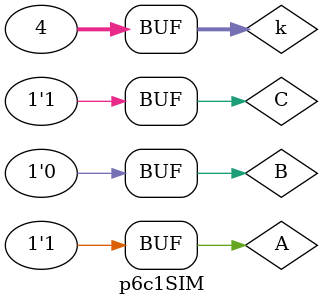
<source format=v>
`timescale 1ns / 1ps

module p6c1SIM;

    reg A =0;
    reg B =0;
    reg C =0;
    wire X;

CombCirc uut(
    .A(A),
    .B(B),
    .C(C),
    .X(X)
);

integer k = 0;

initial begin
    // Initialize Inputs
    A = 0;
    B = 0;
    C = 0;

    // Wait 100 ns for global reset to finish
    // Add stimulus here

    for(k = 0; k < 4; k=k+1)
    begin
        {A,C} = k;
        #5 B = 1;
        #5 B = 0;
        #5 ;
    end
    end
endmodule


</source>
